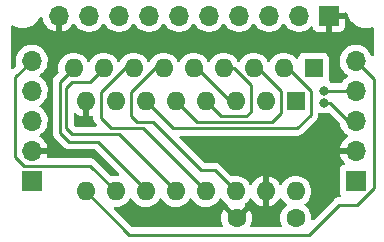
<source format=gbr>
%TF.GenerationSoftware,KiCad,Pcbnew,(6.0.2)*%
%TF.CreationDate,2022-04-13T03:50:02+09:00*%
%TF.ProjectId,input-74hc165,696e7075-742d-4373-9468-633136352e6b,rev?*%
%TF.SameCoordinates,Original*%
%TF.FileFunction,Copper,L2,Bot*%
%TF.FilePolarity,Positive*%
%FSLAX46Y46*%
G04 Gerber Fmt 4.6, Leading zero omitted, Abs format (unit mm)*
G04 Created by KiCad (PCBNEW (6.0.2)) date 2022-04-13 03:50:02*
%MOMM*%
%LPD*%
G01*
G04 APERTURE LIST*
%TA.AperFunction,ComponentPad*%
%ADD10O,1.700000X1.700000*%
%TD*%
%TA.AperFunction,ComponentPad*%
%ADD11R,1.700000X1.700000*%
%TD*%
%TA.AperFunction,ComponentPad*%
%ADD12R,1.600000X1.600000*%
%TD*%
%TA.AperFunction,ComponentPad*%
%ADD13O,1.600000X1.600000*%
%TD*%
%TA.AperFunction,ComponentPad*%
%ADD14C,1.600000*%
%TD*%
%TA.AperFunction,ViaPad*%
%ADD15C,0.800000*%
%TD*%
%TA.AperFunction,Conductor*%
%ADD16C,0.250000*%
%TD*%
G04 APERTURE END LIST*
D10*
%TO.P,J1,10,Pin_10*%
%TO.N,GND*%
X153162000Y-86360000D03*
%TO.P,J1,9,Pin_9*%
%TO.N,/C_8*%
X155702000Y-86360000D03*
%TO.P,J1,8,Pin_8*%
%TO.N,/C_7*%
X158242000Y-86360000D03*
%TO.P,J1,7,Pin_7*%
%TO.N,/C_6*%
X160782000Y-86360000D03*
%TO.P,J1,6,Pin_6*%
%TO.N,/C_5*%
X163322000Y-86360000D03*
%TO.P,J1,5,Pin_5*%
%TO.N,/C_4*%
X165862000Y-86360000D03*
%TO.P,J1,4,Pin_4*%
%TO.N,/C_3*%
X168402000Y-86360000D03*
%TO.P,J1,3,Pin_3*%
%TO.N,/C_2*%
X170942000Y-86360000D03*
%TO.P,J1,2,Pin_2*%
%TO.N,/C_1*%
X173482000Y-86360000D03*
D11*
%TO.P,J1,1,Pin_1*%
%TO.N,GND*%
X176022000Y-86360000D03*
%TD*%
D10*
%TO.P,IN1,5,Pin_5*%
%TO.N,/D_IN*%
X150876000Y-90165000D03*
%TO.P,IN1,4,Pin_4*%
%TO.N,/CLK*%
X150876000Y-92705000D03*
%TO.P,IN1,3,Pin_3*%
%TO.N,/LOAD*%
X150876000Y-95245000D03*
%TO.P,IN1,2,Pin_2*%
%TO.N,GND*%
X150876000Y-97785000D03*
D11*
%TO.P,IN1,1,Pin_1*%
%TO.N,VCC*%
X150876000Y-100325000D03*
%TD*%
D12*
%TO.P,74HC165_1,1,~{PL}*%
%TO.N,/LOAD*%
X173228000Y-93599000D03*
D13*
%TO.P,74HC165_1,2,CP*%
%TO.N,/CLK*%
X170688000Y-93599000D03*
%TO.P,74HC165_1,3,D4*%
%TO.N,/C_4*%
X168148000Y-93599000D03*
%TO.P,74HC165_1,4,D5*%
%TO.N,/C_3*%
X165608000Y-93599000D03*
%TO.P,74HC165_1,5,D6*%
%TO.N,/C_2*%
X163068000Y-93599000D03*
%TO.P,74HC165_1,6,D7*%
%TO.N,/C_1*%
X160528000Y-93599000D03*
%TO.P,74HC165_1,7,~{Q7}*%
%TO.N,unconnected-(74HC165_1-Pad7)*%
X157988000Y-93599000D03*
%TO.P,74HC165_1,8,GND*%
%TO.N,GND*%
X155448000Y-93599000D03*
%TO.P,74HC165_1,9,Q7*%
%TO.N,/D_OUT*%
X155448000Y-101219000D03*
%TO.P,74HC165_1,10,DS*%
%TO.N,/D_IN*%
X157988000Y-101219000D03*
%TO.P,74HC165_1,11,D0*%
%TO.N,/C_8*%
X160528000Y-101219000D03*
%TO.P,74HC165_1,12,D1*%
%TO.N,/C_7*%
X163068000Y-101219000D03*
%TO.P,74HC165_1,13,D2*%
%TO.N,/C_6*%
X165608000Y-101219000D03*
%TO.P,74HC165_1,14,D3*%
%TO.N,/C_5*%
X168148000Y-101219000D03*
%TO.P,74HC165_1,15,~{CE}*%
%TO.N,GND*%
X170688000Y-101219000D03*
%TO.P,74HC165_1,16,VCC*%
%TO.N,VCC*%
X173228000Y-101219000D03*
%TD*%
D12*
%TO.P,RN1,1,common*%
%TO.N,VCC*%
X174752000Y-90805000D03*
D13*
%TO.P,RN1,2,R1*%
%TO.N,/C_1*%
X172212000Y-90805000D03*
%TO.P,RN1,3,R2*%
%TO.N,/C_2*%
X169672000Y-90805000D03*
%TO.P,RN1,4,R3*%
%TO.N,/C_3*%
X167132000Y-90805000D03*
%TO.P,RN1,5,R4*%
%TO.N,/C_4*%
X164592000Y-90805000D03*
%TO.P,RN1,6,R5*%
%TO.N,/C_5*%
X162052000Y-90805000D03*
%TO.P,RN1,7,R6*%
%TO.N,/C_6*%
X159512000Y-90805000D03*
%TO.P,RN1,8,R7*%
%TO.N,/C_7*%
X156972000Y-90805000D03*
%TO.P,RN1,9,R8*%
%TO.N,/C_8*%
X154432000Y-90805000D03*
%TD*%
D11*
%TO.P,OUT1,1,Pin_1*%
%TO.N,VCC*%
X178308000Y-100325000D03*
D10*
%TO.P,OUT1,2,Pin_2*%
%TO.N,GND*%
X178308000Y-97785000D03*
%TO.P,OUT1,3,Pin_3*%
%TO.N,/LOAD*%
X178308000Y-95245000D03*
%TO.P,OUT1,4,Pin_4*%
%TO.N,/CLK*%
X178308000Y-92705000D03*
%TO.P,OUT1,5,Pin_5*%
%TO.N,/D_OUT*%
X178308000Y-90165000D03*
%TD*%
D14*
%TO.P,C1,2*%
%TO.N,GND*%
X168228000Y-103505000D03*
%TO.P,C1,1*%
%TO.N,VCC*%
X173228000Y-103505000D03*
%TD*%
D15*
%TO.N,/LOAD*%
X175641000Y-93709503D03*
%TO.N,/CLK*%
X175641000Y-92710000D03*
%TD*%
D16*
%TO.N,/LOAD*%
X177678000Y-95245000D02*
X178308000Y-95245000D01*
X176142503Y-93709503D02*
X177678000Y-95245000D01*
X175641000Y-93709503D02*
X176142503Y-93709503D01*
%TO.N,/CLK*%
X175641000Y-92710000D02*
X175646000Y-92705000D01*
X175646000Y-92705000D02*
X178308000Y-92705000D01*
%TO.N,/C_8*%
X153289000Y-91948000D02*
X154432000Y-90805000D01*
X153289000Y-96266000D02*
X153289000Y-91948000D01*
X154051000Y-97028000D02*
X153289000Y-96266000D01*
X156464000Y-97028000D02*
X154051000Y-97028000D01*
X160528000Y-101092000D02*
X156464000Y-97028000D01*
X160528000Y-101219000D02*
X160528000Y-101092000D01*
%TO.N,/C_7*%
X155829000Y-91948000D02*
X156972000Y-90805000D01*
X154305000Y-91948000D02*
X155829000Y-91948000D01*
X153797000Y-92456000D02*
X154305000Y-91948000D01*
X153797000Y-95885000D02*
X153797000Y-92456000D01*
X154305000Y-96393000D02*
X153797000Y-95885000D01*
X158242000Y-96393000D02*
X154305000Y-96393000D01*
X163068000Y-101219000D02*
X158242000Y-96393000D01*
%TO.N,/C_5*%
X159258000Y-94869000D02*
X159258000Y-92837000D01*
X161163000Y-95377000D02*
X159766000Y-95377000D01*
X166370000Y-99441000D02*
X165227000Y-99441000D01*
%TO.N,/C_4*%
X167640000Y-93599000D02*
X164846000Y-90805000D01*
%TO.N,/C_5*%
X165227000Y-99441000D02*
X161163000Y-95377000D01*
%TO.N,/C_3*%
X168021000Y-90805000D02*
X167132000Y-90805000D01*
X169418000Y-92202000D02*
X168021000Y-90805000D01*
X169418000Y-94488000D02*
X169418000Y-92202000D01*
%TO.N,/C_6*%
X156718000Y-92837000D02*
X158750000Y-90805000D01*
%TO.N,/C_3*%
X169037000Y-94869000D02*
X169418000Y-94488000D01*
%TO.N,/C_4*%
X168148000Y-93599000D02*
X167640000Y-93599000D01*
%TO.N,/C_3*%
X166878000Y-94869000D02*
X169037000Y-94869000D01*
X165608000Y-93599000D02*
X166878000Y-94869000D01*
%TO.N,/C_2*%
X171958000Y-92710000D02*
X170053000Y-90805000D01*
X171958000Y-94615000D02*
X171958000Y-92710000D01*
X171196000Y-95377000D02*
X171958000Y-94615000D01*
X164846000Y-95377000D02*
X171196000Y-95377000D01*
%TO.N,/C_5*%
X161290000Y-90805000D02*
X162052000Y-90805000D01*
X168148000Y-101219000D02*
X166370000Y-99441000D01*
%TO.N,/C_1*%
X172593000Y-90805000D02*
X172212000Y-90805000D01*
X174498000Y-92710000D02*
X172593000Y-90805000D01*
X174498000Y-94742000D02*
X174498000Y-92710000D01*
X173355000Y-95885000D02*
X174498000Y-94742000D01*
%TO.N,/C_6*%
X165608000Y-101219000D02*
X160274000Y-95885000D01*
%TO.N,/C_1*%
X162814000Y-95885000D02*
X173355000Y-95885000D01*
X160528000Y-93599000D02*
X162814000Y-95885000D01*
%TO.N,/C_6*%
X156718000Y-94996000D02*
X156718000Y-92837000D01*
%TO.N,/C_2*%
X163068000Y-93599000D02*
X164846000Y-95377000D01*
X170053000Y-90805000D02*
X169672000Y-90805000D01*
%TO.N,/C_6*%
X160274000Y-95885000D02*
X157607000Y-95885000D01*
X157607000Y-95885000D02*
X156718000Y-94996000D01*
%TO.N,/C_5*%
X159766000Y-95377000D02*
X159258000Y-94869000D01*
%TO.N,/C_6*%
X158750000Y-90805000D02*
X159512000Y-90805000D01*
%TO.N,/C_5*%
X159258000Y-92837000D02*
X161290000Y-90805000D01*
%TO.N,/C_4*%
X164846000Y-90805000D02*
X164592000Y-90805000D01*
%TO.N,/D_OUT*%
X179832000Y-91689000D02*
X178308000Y-90165000D01*
X176911000Y-102362000D02*
X178435000Y-102362000D01*
X178435000Y-102362000D02*
X179832000Y-100965000D01*
X174371000Y-104902000D02*
X176911000Y-102362000D01*
X159131000Y-104902000D02*
X174371000Y-104902000D01*
X155448000Y-101219000D02*
X159131000Y-104902000D01*
X179832000Y-100965000D02*
X179832000Y-91689000D01*
%TO.N,/D_IN*%
X155829000Y-99060000D02*
X157988000Y-101219000D01*
X150241000Y-99060000D02*
X155829000Y-99060000D01*
X149479000Y-98298000D02*
X150241000Y-99060000D01*
X149479000Y-91562000D02*
X149479000Y-98298000D01*
X150876000Y-90165000D02*
X149479000Y-91562000D01*
%TD*%
%TA.AperFunction,Conductor*%
%TO.N,GND*%
G36*
X176111765Y-94575009D02*
G01*
X176117445Y-94580349D01*
X176928323Y-95391227D01*
X176962145Y-95452621D01*
X177007222Y-95652639D01*
X177091266Y-95859616D01*
X177207987Y-96050088D01*
X177354250Y-96218938D01*
X177526126Y-96361632D01*
X177580799Y-96393580D01*
X177599955Y-96404774D01*
X177648679Y-96456412D01*
X177661750Y-96526195D01*
X177635019Y-96591967D01*
X177594562Y-96625327D01*
X177586457Y-96629546D01*
X177577738Y-96635036D01*
X177407433Y-96762905D01*
X177399726Y-96769748D01*
X177252590Y-96923717D01*
X177246104Y-96931727D01*
X177126098Y-97107649D01*
X177121000Y-97116623D01*
X177031338Y-97309783D01*
X177027775Y-97319470D01*
X176972389Y-97519183D01*
X176973912Y-97527607D01*
X176986292Y-97531000D01*
X178436000Y-97531000D01*
X178504121Y-97551002D01*
X178550614Y-97604658D01*
X178562000Y-97657000D01*
X178562000Y-97913000D01*
X178541998Y-97981121D01*
X178488342Y-98027614D01*
X178436000Y-98039000D01*
X176991225Y-98039000D01*
X176977694Y-98042973D01*
X176976257Y-98052966D01*
X177006565Y-98187446D01*
X177009645Y-98197275D01*
X177089770Y-98394603D01*
X177094413Y-98403794D01*
X177205694Y-98585388D01*
X177211777Y-98593699D01*
X177351213Y-98754667D01*
X177358577Y-98761879D01*
X177363522Y-98765985D01*
X177403156Y-98824889D01*
X177404653Y-98895870D01*
X177367537Y-98956392D01*
X177327264Y-98980910D01*
X177219705Y-99021232D01*
X177219704Y-99021233D01*
X177211295Y-99024385D01*
X177094739Y-99111739D01*
X177007385Y-99228295D01*
X176956255Y-99364684D01*
X176949500Y-99426866D01*
X176949500Y-101223134D01*
X176956255Y-101285316D01*
X177007385Y-101421705D01*
X177012771Y-101428891D01*
X177085920Y-101526494D01*
X177110768Y-101593000D01*
X177095715Y-101662383D01*
X177045541Y-101712613D01*
X176974916Y-101727154D01*
X176971091Y-101726299D01*
X176963167Y-101726548D01*
X176963166Y-101726548D01*
X176903033Y-101728438D01*
X176899075Y-101728500D01*
X176871144Y-101728500D01*
X176867229Y-101728995D01*
X176867225Y-101728995D01*
X176867167Y-101729003D01*
X176867138Y-101729006D01*
X176855296Y-101729939D01*
X176811110Y-101731327D01*
X176793744Y-101736372D01*
X176791658Y-101736978D01*
X176772306Y-101740986D01*
X176760068Y-101742532D01*
X176760066Y-101742533D01*
X176752203Y-101743526D01*
X176711086Y-101759806D01*
X176699885Y-101763641D01*
X176657406Y-101775982D01*
X176650587Y-101780015D01*
X176650582Y-101780017D01*
X176639971Y-101786293D01*
X176622221Y-101794990D01*
X176603383Y-101802448D01*
X176596967Y-101807109D01*
X176596966Y-101807110D01*
X176567625Y-101828428D01*
X176557701Y-101834947D01*
X176526460Y-101853422D01*
X176526455Y-101853426D01*
X176519637Y-101857458D01*
X176505313Y-101871782D01*
X176490281Y-101884621D01*
X176473893Y-101896528D01*
X176445712Y-101930593D01*
X176437722Y-101939373D01*
X174754589Y-103622506D01*
X174692277Y-103656532D01*
X174621462Y-103651467D01*
X174564626Y-103608920D01*
X174539815Y-103542400D01*
X174539974Y-103522428D01*
X174541019Y-103510485D01*
X174541019Y-103510475D01*
X174541498Y-103505000D01*
X174521543Y-103276913D01*
X174515727Y-103255208D01*
X174463707Y-103061067D01*
X174463706Y-103061065D01*
X174462284Y-103055757D01*
X174454552Y-103039176D01*
X174367849Y-102853238D01*
X174367846Y-102853233D01*
X174365523Y-102848251D01*
X174234198Y-102660700D01*
X174072300Y-102498802D01*
X174067792Y-102495645D01*
X174067789Y-102495643D01*
X174024330Y-102465213D01*
X173980002Y-102409756D01*
X173972693Y-102339137D01*
X174004724Y-102275776D01*
X174024330Y-102258787D01*
X174067789Y-102228357D01*
X174067792Y-102228355D01*
X174072300Y-102225198D01*
X174234198Y-102063300D01*
X174239453Y-102055796D01*
X174323918Y-101935167D01*
X174365523Y-101875749D01*
X174367846Y-101870767D01*
X174367849Y-101870762D01*
X174459961Y-101673225D01*
X174459961Y-101673224D01*
X174462284Y-101668243D01*
X174475150Y-101620229D01*
X174520119Y-101452402D01*
X174520119Y-101452400D01*
X174521543Y-101447087D01*
X174541498Y-101219000D01*
X174521543Y-100990913D01*
X174462284Y-100769757D01*
X174408424Y-100654253D01*
X174367849Y-100567238D01*
X174367846Y-100567233D01*
X174365523Y-100562251D01*
X174234198Y-100374700D01*
X174072300Y-100212802D01*
X174067792Y-100209645D01*
X174067789Y-100209643D01*
X173989611Y-100154902D01*
X173884749Y-100081477D01*
X173879767Y-100079154D01*
X173879762Y-100079151D01*
X173682225Y-99987039D01*
X173682224Y-99987039D01*
X173677243Y-99984716D01*
X173671935Y-99983294D01*
X173671933Y-99983293D01*
X173461402Y-99926881D01*
X173461400Y-99926881D01*
X173456087Y-99925457D01*
X173228000Y-99905502D01*
X172999913Y-99925457D01*
X172994600Y-99926881D01*
X172994598Y-99926881D01*
X172784067Y-99983293D01*
X172784065Y-99983294D01*
X172778757Y-99984716D01*
X172773776Y-99987039D01*
X172773775Y-99987039D01*
X172576238Y-100079151D01*
X172576233Y-100079154D01*
X172571251Y-100081477D01*
X172466389Y-100154902D01*
X172388211Y-100209643D01*
X172388208Y-100209645D01*
X172383700Y-100212802D01*
X172221802Y-100374700D01*
X172090477Y-100562251D01*
X172088154Y-100567233D01*
X172088151Y-100567238D01*
X172071919Y-100602049D01*
X172025002Y-100655334D01*
X171956725Y-100674795D01*
X171888765Y-100654253D01*
X171843529Y-100602049D01*
X171827414Y-100567489D01*
X171821931Y-100557993D01*
X171696972Y-100379533D01*
X171689916Y-100371125D01*
X171535875Y-100217084D01*
X171527467Y-100210028D01*
X171349007Y-100085069D01*
X171339511Y-100079586D01*
X171142053Y-99987510D01*
X171131761Y-99983764D01*
X170959497Y-99937606D01*
X170945401Y-99937942D01*
X170942000Y-99945884D01*
X170942000Y-102486967D01*
X170945973Y-102500498D01*
X170954522Y-102501727D01*
X171131761Y-102454236D01*
X171142053Y-102450490D01*
X171339511Y-102358414D01*
X171349007Y-102352931D01*
X171527467Y-102227972D01*
X171535875Y-102220916D01*
X171689916Y-102066875D01*
X171696972Y-102058467D01*
X171821931Y-101880007D01*
X171827414Y-101870511D01*
X171843529Y-101835951D01*
X171890446Y-101782666D01*
X171958723Y-101763205D01*
X172026683Y-101783747D01*
X172071919Y-101835951D01*
X172088151Y-101870762D01*
X172088154Y-101870767D01*
X172090477Y-101875749D01*
X172132082Y-101935167D01*
X172216548Y-102055796D01*
X172221802Y-102063300D01*
X172383700Y-102225198D01*
X172388208Y-102228355D01*
X172388211Y-102228357D01*
X172431670Y-102258787D01*
X172475998Y-102314244D01*
X172483307Y-102384863D01*
X172451276Y-102448224D01*
X172431670Y-102465213D01*
X172388211Y-102495643D01*
X172388208Y-102495645D01*
X172383700Y-102498802D01*
X172221802Y-102660700D01*
X172090477Y-102848251D01*
X172088154Y-102853233D01*
X172088151Y-102853238D01*
X172001448Y-103039176D01*
X171993716Y-103055757D01*
X171992294Y-103061065D01*
X171992293Y-103061067D01*
X171940273Y-103255208D01*
X171934457Y-103276913D01*
X171914502Y-103505000D01*
X171934457Y-103733087D01*
X171935881Y-103738400D01*
X171935881Y-103738402D01*
X171989341Y-103937914D01*
X171993716Y-103954243D01*
X171996039Y-103959225D01*
X171996041Y-103959230D01*
X172056670Y-104089251D01*
X172067331Y-104159442D01*
X172038351Y-104224255D01*
X171978931Y-104263111D01*
X171942475Y-104268500D01*
X169512973Y-104268500D01*
X169444852Y-104248498D01*
X169398359Y-104194842D01*
X169388255Y-104124568D01*
X169398778Y-104089250D01*
X169459490Y-103959053D01*
X169463236Y-103948761D01*
X169519625Y-103738312D01*
X169521528Y-103727519D01*
X169540517Y-103510475D01*
X169540517Y-103499525D01*
X169521528Y-103282481D01*
X169519625Y-103271688D01*
X169463236Y-103061239D01*
X169459490Y-103050947D01*
X169367414Y-102853489D01*
X169361931Y-102843994D01*
X169325491Y-102791952D01*
X169315012Y-102783576D01*
X169301566Y-102790644D01*
X168317095Y-103775115D01*
X168254783Y-103809141D01*
X168183968Y-103804076D01*
X168138905Y-103775115D01*
X167153713Y-102789923D01*
X167141938Y-102783493D01*
X167129923Y-102792789D01*
X167094069Y-102843994D01*
X167088586Y-102853489D01*
X166996510Y-103050947D01*
X166992764Y-103061239D01*
X166936375Y-103271688D01*
X166934472Y-103282481D01*
X166915483Y-103499525D01*
X166915483Y-103510475D01*
X166934472Y-103727519D01*
X166936375Y-103738312D01*
X166992764Y-103948761D01*
X166996510Y-103959053D01*
X167057222Y-104089250D01*
X167067883Y-104159442D01*
X167038903Y-104224254D01*
X166979483Y-104263111D01*
X166943027Y-104268500D01*
X159445594Y-104268500D01*
X159377473Y-104248498D01*
X159356499Y-104231595D01*
X157870494Y-102745589D01*
X157836468Y-102683277D01*
X157841533Y-102612461D01*
X157884080Y-102555626D01*
X157950600Y-102530815D01*
X157970572Y-102530974D01*
X157982515Y-102532019D01*
X157982525Y-102532019D01*
X157988000Y-102532498D01*
X158216087Y-102512543D01*
X158221400Y-102511119D01*
X158221402Y-102511119D01*
X158431933Y-102454707D01*
X158431935Y-102454706D01*
X158437243Y-102453284D01*
X158443235Y-102450490D01*
X158639762Y-102358849D01*
X158639767Y-102358846D01*
X158644749Y-102356523D01*
X158784330Y-102258787D01*
X158827789Y-102228357D01*
X158827792Y-102228355D01*
X158832300Y-102225198D01*
X158994198Y-102063300D01*
X158999453Y-102055796D01*
X159083918Y-101935167D01*
X159125523Y-101875749D01*
X159127846Y-101870767D01*
X159127849Y-101870762D01*
X159143805Y-101836543D01*
X159190722Y-101783258D01*
X159258999Y-101763797D01*
X159326959Y-101784339D01*
X159372195Y-101836543D01*
X159388151Y-101870762D01*
X159388154Y-101870767D01*
X159390477Y-101875749D01*
X159432082Y-101935167D01*
X159516548Y-102055796D01*
X159521802Y-102063300D01*
X159683700Y-102225198D01*
X159688208Y-102228355D01*
X159688211Y-102228357D01*
X159731670Y-102258787D01*
X159871251Y-102356523D01*
X159876233Y-102358846D01*
X159876238Y-102358849D01*
X160072765Y-102450490D01*
X160078757Y-102453284D01*
X160084065Y-102454706D01*
X160084067Y-102454707D01*
X160294598Y-102511119D01*
X160294600Y-102511119D01*
X160299913Y-102512543D01*
X160528000Y-102532498D01*
X160756087Y-102512543D01*
X160761400Y-102511119D01*
X160761402Y-102511119D01*
X160971933Y-102454707D01*
X160971935Y-102454706D01*
X160977243Y-102453284D01*
X160983235Y-102450490D01*
X161179762Y-102358849D01*
X161179767Y-102358846D01*
X161184749Y-102356523D01*
X161324330Y-102258787D01*
X161367789Y-102228357D01*
X161367792Y-102228355D01*
X161372300Y-102225198D01*
X161534198Y-102063300D01*
X161539453Y-102055796D01*
X161623918Y-101935167D01*
X161665523Y-101875749D01*
X161667846Y-101870767D01*
X161667849Y-101870762D01*
X161683805Y-101836543D01*
X161730722Y-101783258D01*
X161798999Y-101763797D01*
X161866959Y-101784339D01*
X161912195Y-101836543D01*
X161928151Y-101870762D01*
X161928154Y-101870767D01*
X161930477Y-101875749D01*
X161972082Y-101935167D01*
X162056548Y-102055796D01*
X162061802Y-102063300D01*
X162223700Y-102225198D01*
X162228208Y-102228355D01*
X162228211Y-102228357D01*
X162271670Y-102258787D01*
X162411251Y-102356523D01*
X162416233Y-102358846D01*
X162416238Y-102358849D01*
X162612765Y-102450490D01*
X162618757Y-102453284D01*
X162624065Y-102454706D01*
X162624067Y-102454707D01*
X162834598Y-102511119D01*
X162834600Y-102511119D01*
X162839913Y-102512543D01*
X163068000Y-102532498D01*
X163296087Y-102512543D01*
X163301400Y-102511119D01*
X163301402Y-102511119D01*
X163511933Y-102454707D01*
X163511935Y-102454706D01*
X163517243Y-102453284D01*
X163523235Y-102450490D01*
X163719762Y-102358849D01*
X163719767Y-102358846D01*
X163724749Y-102356523D01*
X163864330Y-102258787D01*
X163907789Y-102228357D01*
X163907792Y-102228355D01*
X163912300Y-102225198D01*
X164074198Y-102063300D01*
X164079453Y-102055796D01*
X164163918Y-101935167D01*
X164205523Y-101875749D01*
X164207846Y-101870767D01*
X164207849Y-101870762D01*
X164223805Y-101836543D01*
X164270722Y-101783258D01*
X164338999Y-101763797D01*
X164406959Y-101784339D01*
X164452195Y-101836543D01*
X164468151Y-101870762D01*
X164468154Y-101870767D01*
X164470477Y-101875749D01*
X164512082Y-101935167D01*
X164596548Y-102055796D01*
X164601802Y-102063300D01*
X164763700Y-102225198D01*
X164768208Y-102228355D01*
X164768211Y-102228357D01*
X164811670Y-102258787D01*
X164951251Y-102356523D01*
X164956233Y-102358846D01*
X164956238Y-102358849D01*
X165152765Y-102450490D01*
X165158757Y-102453284D01*
X165164065Y-102454706D01*
X165164067Y-102454707D01*
X165374598Y-102511119D01*
X165374600Y-102511119D01*
X165379913Y-102512543D01*
X165608000Y-102532498D01*
X165836087Y-102512543D01*
X165841400Y-102511119D01*
X165841402Y-102511119D01*
X166051933Y-102454707D01*
X166051935Y-102454706D01*
X166057243Y-102453284D01*
X166063235Y-102450490D01*
X166259762Y-102358849D01*
X166259767Y-102358846D01*
X166264749Y-102356523D01*
X166404330Y-102258787D01*
X166447789Y-102228357D01*
X166447792Y-102228355D01*
X166452300Y-102225198D01*
X166614198Y-102063300D01*
X166619453Y-102055796D01*
X166703918Y-101935167D01*
X166745523Y-101875749D01*
X166747846Y-101870767D01*
X166747849Y-101870762D01*
X166763805Y-101836543D01*
X166810722Y-101783258D01*
X166878999Y-101763797D01*
X166946959Y-101784339D01*
X166992195Y-101836543D01*
X167008151Y-101870762D01*
X167008154Y-101870767D01*
X167010477Y-101875749D01*
X167052082Y-101935167D01*
X167136548Y-102055796D01*
X167141802Y-102063300D01*
X167303700Y-102225198D01*
X167308208Y-102228355D01*
X167308211Y-102228357D01*
X167351670Y-102258787D01*
X167449535Y-102327313D01*
X167493862Y-102382769D01*
X167496045Y-102397952D01*
X167513644Y-102431434D01*
X168215188Y-103132978D01*
X168229132Y-103140592D01*
X168230965Y-103140461D01*
X168237580Y-103136210D01*
X168943077Y-102430713D01*
X168949507Y-102418938D01*
X168948182Y-102417225D01*
X168922319Y-102351107D01*
X168936309Y-102281502D01*
X168975569Y-102236913D01*
X168992300Y-102225198D01*
X169154198Y-102063300D01*
X169159453Y-102055796D01*
X169243918Y-101935167D01*
X169285523Y-101875749D01*
X169287846Y-101870767D01*
X169287849Y-101870762D01*
X169304081Y-101835951D01*
X169350998Y-101782666D01*
X169419275Y-101763205D01*
X169487235Y-101783747D01*
X169532471Y-101835951D01*
X169548586Y-101870511D01*
X169554069Y-101880007D01*
X169679028Y-102058467D01*
X169686084Y-102066875D01*
X169840125Y-102220916D01*
X169848533Y-102227972D01*
X170026993Y-102352931D01*
X170036489Y-102358414D01*
X170233947Y-102450490D01*
X170244239Y-102454236D01*
X170416503Y-102500394D01*
X170430599Y-102500058D01*
X170434000Y-102492116D01*
X170434000Y-99951033D01*
X170430027Y-99937502D01*
X170421478Y-99936273D01*
X170244239Y-99983764D01*
X170233947Y-99987510D01*
X170036489Y-100079586D01*
X170026993Y-100085069D01*
X169848533Y-100210028D01*
X169840125Y-100217084D01*
X169686084Y-100371125D01*
X169679028Y-100379533D01*
X169554069Y-100557993D01*
X169548586Y-100567489D01*
X169532471Y-100602049D01*
X169485554Y-100655334D01*
X169417277Y-100674795D01*
X169349317Y-100654253D01*
X169304081Y-100602049D01*
X169287849Y-100567238D01*
X169287846Y-100567233D01*
X169285523Y-100562251D01*
X169154198Y-100374700D01*
X168992300Y-100212802D01*
X168987792Y-100209645D01*
X168987789Y-100209643D01*
X168909611Y-100154902D01*
X168804749Y-100081477D01*
X168799767Y-100079154D01*
X168799762Y-100079151D01*
X168602225Y-99987039D01*
X168602224Y-99987039D01*
X168597243Y-99984716D01*
X168591935Y-99983294D01*
X168591933Y-99983293D01*
X168381402Y-99926881D01*
X168381400Y-99926881D01*
X168376087Y-99925457D01*
X168148000Y-99905502D01*
X167919913Y-99925457D01*
X167914608Y-99926879D01*
X167914594Y-99926881D01*
X167856461Y-99942459D01*
X167785484Y-99940771D01*
X167734752Y-99909848D01*
X166873647Y-99048742D01*
X166866113Y-99040463D01*
X166862000Y-99033982D01*
X166812348Y-98987356D01*
X166809507Y-98984602D01*
X166789770Y-98964865D01*
X166786573Y-98962385D01*
X166777551Y-98954680D01*
X166751100Y-98929841D01*
X166745321Y-98924414D01*
X166738375Y-98920595D01*
X166738372Y-98920593D01*
X166727566Y-98914652D01*
X166711047Y-98903801D01*
X166710583Y-98903441D01*
X166695041Y-98891386D01*
X166687772Y-98888241D01*
X166687768Y-98888238D01*
X166654463Y-98873826D01*
X166643813Y-98868609D01*
X166605060Y-98847305D01*
X166585437Y-98842267D01*
X166566734Y-98835863D01*
X166555420Y-98830967D01*
X166555419Y-98830967D01*
X166548145Y-98827819D01*
X166540322Y-98826580D01*
X166540312Y-98826577D01*
X166504476Y-98820901D01*
X166492856Y-98818495D01*
X166457711Y-98809472D01*
X166457710Y-98809472D01*
X166450030Y-98807500D01*
X166429776Y-98807500D01*
X166410065Y-98805949D01*
X166397886Y-98804020D01*
X166390057Y-98802780D01*
X166382165Y-98803526D01*
X166346039Y-98806941D01*
X166334181Y-98807500D01*
X165541594Y-98807500D01*
X165473473Y-98787498D01*
X165452499Y-98770595D01*
X163415500Y-96733595D01*
X163381474Y-96671283D01*
X163386539Y-96600467D01*
X163429086Y-96543632D01*
X163495606Y-96518821D01*
X163504595Y-96518500D01*
X173276233Y-96518500D01*
X173287416Y-96519027D01*
X173294909Y-96520702D01*
X173302835Y-96520453D01*
X173302836Y-96520453D01*
X173362986Y-96518562D01*
X173366945Y-96518500D01*
X173394856Y-96518500D01*
X173398791Y-96518003D01*
X173398856Y-96517995D01*
X173410693Y-96517062D01*
X173442951Y-96516048D01*
X173446970Y-96515922D01*
X173454889Y-96515673D01*
X173474343Y-96510021D01*
X173493700Y-96506013D01*
X173505930Y-96504468D01*
X173505931Y-96504468D01*
X173513797Y-96503474D01*
X173521168Y-96500555D01*
X173521170Y-96500555D01*
X173554912Y-96487196D01*
X173566142Y-96483351D01*
X173600983Y-96473229D01*
X173600984Y-96473229D01*
X173608593Y-96471018D01*
X173615412Y-96466985D01*
X173615417Y-96466983D01*
X173626028Y-96460707D01*
X173643776Y-96452012D01*
X173662617Y-96444552D01*
X173698387Y-96418564D01*
X173708307Y-96412048D01*
X173739535Y-96393580D01*
X173739538Y-96393578D01*
X173746362Y-96389542D01*
X173760683Y-96375221D01*
X173775717Y-96362380D01*
X173792107Y-96350472D01*
X173820298Y-96316395D01*
X173828288Y-96307616D01*
X174890253Y-95245652D01*
X174898539Y-95238112D01*
X174905018Y-95234000D01*
X174951644Y-95184348D01*
X174954398Y-95181507D01*
X174974135Y-95161770D01*
X174976615Y-95158573D01*
X174984320Y-95149551D01*
X175006822Y-95125589D01*
X175014586Y-95117321D01*
X175018405Y-95110375D01*
X175018407Y-95110372D01*
X175024348Y-95099566D01*
X175035199Y-95083047D01*
X175042758Y-95073301D01*
X175047614Y-95067041D01*
X175050759Y-95059772D01*
X175050762Y-95059768D01*
X175065174Y-95026463D01*
X175070391Y-95015813D01*
X175091695Y-94977060D01*
X175096733Y-94957437D01*
X175103137Y-94938734D01*
X175108033Y-94927420D01*
X175108033Y-94927419D01*
X175111181Y-94920145D01*
X175112420Y-94912322D01*
X175112423Y-94912312D01*
X175118099Y-94876476D01*
X175120505Y-94864856D01*
X175129528Y-94829711D01*
X175129528Y-94829710D01*
X175131500Y-94822030D01*
X175131500Y-94801776D01*
X175133051Y-94782065D01*
X175134980Y-94769886D01*
X175136220Y-94762057D01*
X175132059Y-94718038D01*
X175131500Y-94706181D01*
X175131500Y-94671159D01*
X175151502Y-94603038D01*
X175205158Y-94556545D01*
X175275432Y-94546441D01*
X175308748Y-94556052D01*
X175358712Y-94578297D01*
X175444312Y-94596492D01*
X175539056Y-94616631D01*
X175539061Y-94616631D01*
X175545513Y-94618003D01*
X175736487Y-94618003D01*
X175742939Y-94616631D01*
X175742944Y-94616631D01*
X175913634Y-94580349D01*
X175923288Y-94578297D01*
X175929321Y-94575611D01*
X175929324Y-94575610D01*
X175947904Y-94567338D01*
X175977102Y-94554338D01*
X176047467Y-94544903D01*
X176111765Y-94575009D01*
G37*
%TD.AperFunction*%
%TA.AperFunction,Conductor*%
G36*
X177573338Y-86094870D02*
G01*
X177600632Y-86147968D01*
X177621951Y-86236765D01*
X177623844Y-86241336D01*
X177623845Y-86241338D01*
X177672997Y-86360000D01*
X177721400Y-86476856D01*
X177857183Y-86698434D01*
X177860395Y-86702194D01*
X177860398Y-86702199D01*
X177920249Y-86772275D01*
X178025957Y-86896043D01*
X178029719Y-86899256D01*
X178219801Y-87061602D01*
X178219806Y-87061605D01*
X178223566Y-87064817D01*
X178445144Y-87200600D01*
X178449714Y-87202493D01*
X178449718Y-87202495D01*
X178668055Y-87292933D01*
X178685235Y-87300049D01*
X178717416Y-87307775D01*
X178933115Y-87359561D01*
X178933121Y-87359562D01*
X178937928Y-87360716D01*
X179197000Y-87381105D01*
X179456072Y-87360716D01*
X179460879Y-87359562D01*
X179460885Y-87359561D01*
X179676586Y-87307775D01*
X179747494Y-87311322D01*
X179805228Y-87352642D01*
X179831458Y-87418615D01*
X179832000Y-87430294D01*
X179832000Y-89657106D01*
X179811998Y-89725227D01*
X179758342Y-89771720D01*
X179688068Y-89781824D01*
X179623488Y-89752330D01*
X179590451Y-89707349D01*
X179530422Y-89569293D01*
X179509354Y-89520840D01*
X179388014Y-89333277D01*
X179237670Y-89168051D01*
X179233619Y-89164852D01*
X179233615Y-89164848D01*
X179066414Y-89032800D01*
X179066410Y-89032798D01*
X179062359Y-89029598D01*
X178866789Y-88921638D01*
X178861920Y-88919914D01*
X178861916Y-88919912D01*
X178661087Y-88848795D01*
X178661083Y-88848794D01*
X178656212Y-88847069D01*
X178651119Y-88846162D01*
X178651116Y-88846161D01*
X178441373Y-88808800D01*
X178441367Y-88808799D01*
X178436284Y-88807894D01*
X178362452Y-88806992D01*
X178218081Y-88805228D01*
X178218079Y-88805228D01*
X178212911Y-88805165D01*
X177992091Y-88838955D01*
X177779756Y-88908357D01*
X177581607Y-89011507D01*
X177577474Y-89014610D01*
X177577471Y-89014612D01*
X177553247Y-89032800D01*
X177402965Y-89145635D01*
X177248629Y-89307138D01*
X177122743Y-89491680D01*
X177091136Y-89559771D01*
X177039676Y-89670634D01*
X177028688Y-89694305D01*
X176968989Y-89909570D01*
X176945251Y-90131695D01*
X176945548Y-90136848D01*
X176945548Y-90136851D01*
X176957812Y-90349547D01*
X176958110Y-90354715D01*
X176959247Y-90359761D01*
X176959248Y-90359767D01*
X176966233Y-90390759D01*
X177007222Y-90572639D01*
X177091266Y-90779616D01*
X177207987Y-90970088D01*
X177354250Y-91138938D01*
X177526126Y-91281632D01*
X177596595Y-91322811D01*
X177599445Y-91324476D01*
X177648169Y-91376114D01*
X177661240Y-91445897D01*
X177634509Y-91511669D01*
X177594055Y-91545027D01*
X177581607Y-91551507D01*
X177577474Y-91554610D01*
X177577471Y-91554612D01*
X177407100Y-91682530D01*
X177402965Y-91685635D01*
X177337346Y-91754301D01*
X177275147Y-91819389D01*
X177248629Y-91847138D01*
X177245715Y-91851410D01*
X177245714Y-91851411D01*
X177133095Y-92016504D01*
X177078184Y-92061507D01*
X177029007Y-92071500D01*
X176344420Y-92071500D01*
X176276299Y-92051498D01*
X176260112Y-92039138D01*
X176256667Y-92036036D01*
X176252253Y-92031134D01*
X176145230Y-91953377D01*
X176103097Y-91922765D01*
X176103094Y-91922764D01*
X176097752Y-91918882D01*
X176091718Y-91916196D01*
X176091052Y-91915811D01*
X176042059Y-91864427D01*
X176028624Y-91794714D01*
X176036071Y-91762463D01*
X176050971Y-91722718D01*
X176050973Y-91722712D01*
X176053745Y-91715316D01*
X176060500Y-91653134D01*
X176060500Y-89956866D01*
X176053745Y-89894684D01*
X176002615Y-89758295D01*
X175915261Y-89641739D01*
X175798705Y-89554385D01*
X175662316Y-89503255D01*
X175600134Y-89496500D01*
X173903866Y-89496500D01*
X173841684Y-89503255D01*
X173705295Y-89554385D01*
X173588739Y-89641739D01*
X173501385Y-89758295D01*
X173450255Y-89894684D01*
X173449083Y-89905474D01*
X173448197Y-89907606D01*
X173447575Y-89910222D01*
X173447152Y-89910121D01*
X173421845Y-89971035D01*
X173363483Y-90011463D01*
X173292529Y-90013922D01*
X173231510Y-89977629D01*
X173224511Y-89968969D01*
X173221354Y-89965207D01*
X173218198Y-89960700D01*
X173056300Y-89798802D01*
X173051792Y-89795645D01*
X173051789Y-89795643D01*
X172925692Y-89707349D01*
X172868749Y-89667477D01*
X172863767Y-89665154D01*
X172863762Y-89665151D01*
X172666225Y-89573039D01*
X172666224Y-89573039D01*
X172661243Y-89570716D01*
X172655935Y-89569294D01*
X172655933Y-89569293D01*
X172445402Y-89512881D01*
X172445400Y-89512881D01*
X172440087Y-89511457D01*
X172212000Y-89491502D01*
X171983913Y-89511457D01*
X171978600Y-89512881D01*
X171978598Y-89512881D01*
X171768067Y-89569293D01*
X171768065Y-89569294D01*
X171762757Y-89570716D01*
X171757776Y-89573039D01*
X171757775Y-89573039D01*
X171560238Y-89665151D01*
X171560233Y-89665154D01*
X171555251Y-89667477D01*
X171498308Y-89707349D01*
X171372211Y-89795643D01*
X171372208Y-89795645D01*
X171367700Y-89798802D01*
X171205802Y-89960700D01*
X171074477Y-90148251D01*
X171072155Y-90153231D01*
X171072151Y-90153238D01*
X171056195Y-90187457D01*
X171009278Y-90240742D01*
X170941001Y-90260203D01*
X170873041Y-90239661D01*
X170827805Y-90187457D01*
X170811849Y-90153238D01*
X170811845Y-90153231D01*
X170809523Y-90148251D01*
X170678198Y-89960700D01*
X170516300Y-89798802D01*
X170511792Y-89795645D01*
X170511789Y-89795643D01*
X170385692Y-89707349D01*
X170328749Y-89667477D01*
X170323767Y-89665154D01*
X170323762Y-89665151D01*
X170126225Y-89573039D01*
X170126224Y-89573039D01*
X170121243Y-89570716D01*
X170115935Y-89569294D01*
X170115933Y-89569293D01*
X169905402Y-89512881D01*
X169905400Y-89512881D01*
X169900087Y-89511457D01*
X169672000Y-89491502D01*
X169443913Y-89511457D01*
X169438600Y-89512881D01*
X169438598Y-89512881D01*
X169228067Y-89569293D01*
X169228065Y-89569294D01*
X169222757Y-89570716D01*
X169217776Y-89573039D01*
X169217775Y-89573039D01*
X169020238Y-89665151D01*
X169020233Y-89665154D01*
X169015251Y-89667477D01*
X168958308Y-89707349D01*
X168832211Y-89795643D01*
X168832208Y-89795645D01*
X168827700Y-89798802D01*
X168665802Y-89960700D01*
X168534477Y-90148251D01*
X168532155Y-90153231D01*
X168532149Y-90153242D01*
X168516195Y-90187457D01*
X168469279Y-90240742D01*
X168401002Y-90260204D01*
X168333042Y-90239663D01*
X168287805Y-90187458D01*
X168271845Y-90153231D01*
X168269523Y-90148251D01*
X168138198Y-89960700D01*
X167976300Y-89798802D01*
X167971792Y-89795645D01*
X167971789Y-89795643D01*
X167845692Y-89707349D01*
X167788749Y-89667477D01*
X167783767Y-89665154D01*
X167783762Y-89665151D01*
X167586225Y-89573039D01*
X167586224Y-89573039D01*
X167581243Y-89570716D01*
X167575935Y-89569294D01*
X167575933Y-89569293D01*
X167365402Y-89512881D01*
X167365400Y-89512881D01*
X167360087Y-89511457D01*
X167132000Y-89491502D01*
X166903913Y-89511457D01*
X166898600Y-89512881D01*
X166898598Y-89512881D01*
X166688067Y-89569293D01*
X166688065Y-89569294D01*
X166682757Y-89570716D01*
X166677776Y-89573039D01*
X166677775Y-89573039D01*
X166480238Y-89665151D01*
X166480233Y-89665154D01*
X166475251Y-89667477D01*
X166418308Y-89707349D01*
X166292211Y-89795643D01*
X166292208Y-89795645D01*
X166287700Y-89798802D01*
X166125802Y-89960700D01*
X165994477Y-90148251D01*
X165992155Y-90153231D01*
X165992151Y-90153238D01*
X165976195Y-90187457D01*
X165929278Y-90240742D01*
X165861001Y-90260203D01*
X165793041Y-90239661D01*
X165747805Y-90187457D01*
X165731849Y-90153238D01*
X165731845Y-90153231D01*
X165729523Y-90148251D01*
X165598198Y-89960700D01*
X165436300Y-89798802D01*
X165431792Y-89795645D01*
X165431789Y-89795643D01*
X165305692Y-89707349D01*
X165248749Y-89667477D01*
X165243767Y-89665154D01*
X165243762Y-89665151D01*
X165046225Y-89573039D01*
X165046224Y-89573039D01*
X165041243Y-89570716D01*
X165035935Y-89569294D01*
X165035933Y-89569293D01*
X164825402Y-89512881D01*
X164825400Y-89512881D01*
X164820087Y-89511457D01*
X164592000Y-89491502D01*
X164363913Y-89511457D01*
X164358600Y-89512881D01*
X164358598Y-89512881D01*
X164148067Y-89569293D01*
X164148065Y-89569294D01*
X164142757Y-89570716D01*
X164137776Y-89573039D01*
X164137775Y-89573039D01*
X163940238Y-89665151D01*
X163940233Y-89665154D01*
X163935251Y-89667477D01*
X163878308Y-89707349D01*
X163752211Y-89795643D01*
X163752208Y-89795645D01*
X163747700Y-89798802D01*
X163585802Y-89960700D01*
X163454477Y-90148251D01*
X163452155Y-90153231D01*
X163452151Y-90153238D01*
X163436195Y-90187457D01*
X163389278Y-90240742D01*
X163321001Y-90260203D01*
X163253041Y-90239661D01*
X163207805Y-90187457D01*
X163191849Y-90153238D01*
X163191845Y-90153231D01*
X163189523Y-90148251D01*
X163058198Y-89960700D01*
X162896300Y-89798802D01*
X162891792Y-89795645D01*
X162891789Y-89795643D01*
X162765692Y-89707349D01*
X162708749Y-89667477D01*
X162703767Y-89665154D01*
X162703762Y-89665151D01*
X162506225Y-89573039D01*
X162506224Y-89573039D01*
X162501243Y-89570716D01*
X162495935Y-89569294D01*
X162495933Y-89569293D01*
X162285402Y-89512881D01*
X162285400Y-89512881D01*
X162280087Y-89511457D01*
X162052000Y-89491502D01*
X161823913Y-89511457D01*
X161818600Y-89512881D01*
X161818598Y-89512881D01*
X161608067Y-89569293D01*
X161608065Y-89569294D01*
X161602757Y-89570716D01*
X161597776Y-89573039D01*
X161597775Y-89573039D01*
X161400238Y-89665151D01*
X161400233Y-89665154D01*
X161395251Y-89667477D01*
X161338308Y-89707349D01*
X161212211Y-89795643D01*
X161212208Y-89795645D01*
X161207700Y-89798802D01*
X161045802Y-89960700D01*
X160914477Y-90148251D01*
X160912155Y-90153231D01*
X160912151Y-90153238D01*
X160896195Y-90187457D01*
X160849278Y-90240742D01*
X160781001Y-90260203D01*
X160713041Y-90239661D01*
X160667805Y-90187457D01*
X160651849Y-90153238D01*
X160651845Y-90153231D01*
X160649523Y-90148251D01*
X160518198Y-89960700D01*
X160356300Y-89798802D01*
X160351792Y-89795645D01*
X160351789Y-89795643D01*
X160225692Y-89707349D01*
X160168749Y-89667477D01*
X160163767Y-89665154D01*
X160163762Y-89665151D01*
X159966225Y-89573039D01*
X159966224Y-89573039D01*
X159961243Y-89570716D01*
X159955935Y-89569294D01*
X159955933Y-89569293D01*
X159745402Y-89512881D01*
X159745400Y-89512881D01*
X159740087Y-89511457D01*
X159512000Y-89491502D01*
X159283913Y-89511457D01*
X159278600Y-89512881D01*
X159278598Y-89512881D01*
X159068067Y-89569293D01*
X159068065Y-89569294D01*
X159062757Y-89570716D01*
X159057776Y-89573039D01*
X159057775Y-89573039D01*
X158860238Y-89665151D01*
X158860233Y-89665154D01*
X158855251Y-89667477D01*
X158798308Y-89707349D01*
X158672211Y-89795643D01*
X158672208Y-89795645D01*
X158667700Y-89798802D01*
X158505802Y-89960700D01*
X158374477Y-90148251D01*
X158372155Y-90153231D01*
X158372151Y-90153238D01*
X158356195Y-90187457D01*
X158309278Y-90240742D01*
X158241001Y-90260203D01*
X158173041Y-90239661D01*
X158127805Y-90187457D01*
X158111849Y-90153238D01*
X158111845Y-90153231D01*
X158109523Y-90148251D01*
X157978198Y-89960700D01*
X157816300Y-89798802D01*
X157811792Y-89795645D01*
X157811789Y-89795643D01*
X157685692Y-89707349D01*
X157628749Y-89667477D01*
X157623767Y-89665154D01*
X157623762Y-89665151D01*
X157426225Y-89573039D01*
X157426224Y-89573039D01*
X157421243Y-89570716D01*
X157415935Y-89569294D01*
X157415933Y-89569293D01*
X157205402Y-89512881D01*
X157205400Y-89512881D01*
X157200087Y-89511457D01*
X156972000Y-89491502D01*
X156743913Y-89511457D01*
X156738600Y-89512881D01*
X156738598Y-89512881D01*
X156528067Y-89569293D01*
X156528065Y-89569294D01*
X156522757Y-89570716D01*
X156517776Y-89573039D01*
X156517775Y-89573039D01*
X156320238Y-89665151D01*
X156320233Y-89665154D01*
X156315251Y-89667477D01*
X156258308Y-89707349D01*
X156132211Y-89795643D01*
X156132208Y-89795645D01*
X156127700Y-89798802D01*
X155965802Y-89960700D01*
X155834477Y-90148251D01*
X155832155Y-90153231D01*
X155832151Y-90153238D01*
X155816195Y-90187457D01*
X155769278Y-90240742D01*
X155701001Y-90260203D01*
X155633041Y-90239661D01*
X155587805Y-90187457D01*
X155571849Y-90153238D01*
X155571845Y-90153231D01*
X155569523Y-90148251D01*
X155438198Y-89960700D01*
X155276300Y-89798802D01*
X155271792Y-89795645D01*
X155271789Y-89795643D01*
X155145692Y-89707349D01*
X155088749Y-89667477D01*
X155083767Y-89665154D01*
X155083762Y-89665151D01*
X154886225Y-89573039D01*
X154886224Y-89573039D01*
X154881243Y-89570716D01*
X154875935Y-89569294D01*
X154875933Y-89569293D01*
X154665402Y-89512881D01*
X154665400Y-89512881D01*
X154660087Y-89511457D01*
X154432000Y-89491502D01*
X154203913Y-89511457D01*
X154198600Y-89512881D01*
X154198598Y-89512881D01*
X153988067Y-89569293D01*
X153988065Y-89569294D01*
X153982757Y-89570716D01*
X153977776Y-89573039D01*
X153977775Y-89573039D01*
X153780238Y-89665151D01*
X153780233Y-89665154D01*
X153775251Y-89667477D01*
X153718308Y-89707349D01*
X153592211Y-89795643D01*
X153592208Y-89795645D01*
X153587700Y-89798802D01*
X153425802Y-89960700D01*
X153294477Y-90148251D01*
X153292155Y-90153231D01*
X153292151Y-90153238D01*
X153210256Y-90328865D01*
X153197716Y-90355757D01*
X153196294Y-90361065D01*
X153196293Y-90361067D01*
X153140207Y-90570382D01*
X153138457Y-90576913D01*
X153118502Y-90805000D01*
X153138457Y-91033087D01*
X153139879Y-91038392D01*
X153139881Y-91038406D01*
X153155459Y-91096539D01*
X153153771Y-91167516D01*
X153122848Y-91218248D01*
X153007186Y-91333909D01*
X152896742Y-91444353D01*
X152888463Y-91451887D01*
X152881982Y-91456000D01*
X152844078Y-91496364D01*
X152835357Y-91505651D01*
X152832602Y-91508493D01*
X152812865Y-91528230D01*
X152810385Y-91531427D01*
X152802682Y-91540447D01*
X152772414Y-91572679D01*
X152768595Y-91579625D01*
X152768593Y-91579628D01*
X152762652Y-91590434D01*
X152751801Y-91606953D01*
X152739386Y-91622959D01*
X152736241Y-91630228D01*
X152736238Y-91630232D01*
X152721826Y-91663537D01*
X152716609Y-91674187D01*
X152695305Y-91712940D01*
X152693334Y-91720615D01*
X152693334Y-91720616D01*
X152690267Y-91732562D01*
X152683863Y-91751266D01*
X152675819Y-91769855D01*
X152674580Y-91777678D01*
X152674577Y-91777688D01*
X152668901Y-91813524D01*
X152666495Y-91825144D01*
X152659751Y-91851411D01*
X152655500Y-91867970D01*
X152655500Y-91888224D01*
X152653949Y-91907934D01*
X152650780Y-91927943D01*
X152651526Y-91935835D01*
X152654941Y-91971961D01*
X152655500Y-91983819D01*
X152655500Y-96187233D01*
X152654973Y-96198416D01*
X152653298Y-96205909D01*
X152653547Y-96213835D01*
X152653547Y-96213836D01*
X152655438Y-96273986D01*
X152655500Y-96277945D01*
X152655500Y-96305856D01*
X152655997Y-96309790D01*
X152655997Y-96309791D01*
X152656005Y-96309856D01*
X152656938Y-96321693D01*
X152658327Y-96365889D01*
X152663569Y-96383931D01*
X152663978Y-96385339D01*
X152667987Y-96404700D01*
X152669298Y-96415073D01*
X152670526Y-96424797D01*
X152673445Y-96432168D01*
X152673445Y-96432170D01*
X152686804Y-96465912D01*
X152690649Y-96477142D01*
X152702982Y-96519593D01*
X152707015Y-96526412D01*
X152707017Y-96526417D01*
X152713293Y-96537028D01*
X152721988Y-96554776D01*
X152729448Y-96573617D01*
X152734110Y-96580033D01*
X152734110Y-96580034D01*
X152755436Y-96609387D01*
X152761952Y-96619307D01*
X152784458Y-96657362D01*
X152798779Y-96671683D01*
X152811619Y-96686716D01*
X152823528Y-96703107D01*
X152855413Y-96729484D01*
X152857593Y-96731288D01*
X152866374Y-96739278D01*
X153547353Y-97420258D01*
X153554887Y-97428537D01*
X153559000Y-97435018D01*
X153608651Y-97481643D01*
X153611493Y-97484398D01*
X153631230Y-97504135D01*
X153634427Y-97506615D01*
X153643447Y-97514318D01*
X153675679Y-97544586D01*
X153682625Y-97548405D01*
X153682628Y-97548407D01*
X153693434Y-97554348D01*
X153709953Y-97565199D01*
X153725959Y-97577614D01*
X153733228Y-97580759D01*
X153733232Y-97580762D01*
X153766537Y-97595174D01*
X153777187Y-97600391D01*
X153815940Y-97621695D01*
X153823615Y-97623666D01*
X153823616Y-97623666D01*
X153835562Y-97626733D01*
X153854267Y-97633137D01*
X153872855Y-97641181D01*
X153880678Y-97642420D01*
X153880688Y-97642423D01*
X153916524Y-97648099D01*
X153928144Y-97650505D01*
X153963289Y-97659528D01*
X153970970Y-97661500D01*
X153991224Y-97661500D01*
X154010934Y-97663051D01*
X154030943Y-97666220D01*
X154038835Y-97665474D01*
X154074961Y-97662059D01*
X154086819Y-97661500D01*
X156149406Y-97661500D01*
X156217527Y-97681502D01*
X156238501Y-97698405D01*
X158244682Y-99704587D01*
X158278708Y-99766899D01*
X158273643Y-99837715D01*
X158231096Y-99894550D01*
X158164576Y-99919361D01*
X158144606Y-99919203D01*
X157993476Y-99905981D01*
X157993475Y-99905981D01*
X157988000Y-99905502D01*
X157759913Y-99925457D01*
X157754602Y-99926880D01*
X157754591Y-99926882D01*
X157696459Y-99942459D01*
X157625483Y-99940770D01*
X157574752Y-99909848D01*
X156332652Y-98667747D01*
X156325112Y-98659461D01*
X156321000Y-98652982D01*
X156271348Y-98606356D01*
X156268507Y-98603602D01*
X156248770Y-98583865D01*
X156245573Y-98581385D01*
X156236551Y-98573680D01*
X156210100Y-98548841D01*
X156204321Y-98543414D01*
X156197375Y-98539595D01*
X156197372Y-98539593D01*
X156186566Y-98533652D01*
X156170047Y-98522801D01*
X156169583Y-98522441D01*
X156154041Y-98510386D01*
X156146772Y-98507241D01*
X156146768Y-98507238D01*
X156113463Y-98492826D01*
X156102813Y-98487609D01*
X156064060Y-98466305D01*
X156044437Y-98461267D01*
X156025734Y-98454863D01*
X156014420Y-98449967D01*
X156014419Y-98449967D01*
X156007145Y-98446819D01*
X155999322Y-98445580D01*
X155999312Y-98445577D01*
X155963476Y-98439901D01*
X155951856Y-98437495D01*
X155916711Y-98428472D01*
X155916710Y-98428472D01*
X155909030Y-98426500D01*
X155888776Y-98426500D01*
X155869065Y-98424949D01*
X155856886Y-98423020D01*
X155849057Y-98421780D01*
X155841165Y-98422526D01*
X155805039Y-98425941D01*
X155793181Y-98426500D01*
X152270436Y-98426500D01*
X152202315Y-98406498D01*
X152155822Y-98352842D01*
X152145718Y-98282568D01*
X152149877Y-98263872D01*
X152206379Y-98077903D01*
X152208555Y-98067837D01*
X152209986Y-98056962D01*
X152207775Y-98042778D01*
X152194617Y-98039000D01*
X150748000Y-98039000D01*
X150679879Y-98018998D01*
X150633386Y-97965342D01*
X150622000Y-97913000D01*
X150622000Y-97657000D01*
X150642002Y-97588879D01*
X150695658Y-97542386D01*
X150748000Y-97531000D01*
X152194344Y-97531000D01*
X152207875Y-97527027D01*
X152209180Y-97517947D01*
X152167214Y-97350875D01*
X152163894Y-97341124D01*
X152078972Y-97145814D01*
X152074105Y-97136739D01*
X151958426Y-96957926D01*
X151952136Y-96949757D01*
X151808806Y-96792240D01*
X151801273Y-96785215D01*
X151634139Y-96653222D01*
X151625556Y-96647520D01*
X151588602Y-96627120D01*
X151538631Y-96576687D01*
X151523859Y-96507245D01*
X151548975Y-96440839D01*
X151576327Y-96414232D01*
X151610941Y-96389542D01*
X151755860Y-96286173D01*
X151914096Y-96128489D01*
X151973594Y-96045689D01*
X152041435Y-95951277D01*
X152044453Y-95947077D01*
X152137318Y-95759179D01*
X152141136Y-95751453D01*
X152141137Y-95751451D01*
X152143430Y-95746811D01*
X152188889Y-95597188D01*
X152206865Y-95538023D01*
X152206865Y-95538021D01*
X152208370Y-95533069D01*
X152237529Y-95311590D01*
X152239005Y-95251179D01*
X152239074Y-95248365D01*
X152239074Y-95248361D01*
X152239156Y-95245000D01*
X152220852Y-95022361D01*
X152166431Y-94805702D01*
X152077354Y-94600840D01*
X152012519Y-94500621D01*
X151958822Y-94417617D01*
X151958820Y-94417614D01*
X151956014Y-94413277D01*
X151805670Y-94248051D01*
X151801619Y-94244852D01*
X151801615Y-94244848D01*
X151634414Y-94112800D01*
X151634410Y-94112798D01*
X151630359Y-94109598D01*
X151589053Y-94086796D01*
X151539084Y-94036364D01*
X151524312Y-93966921D01*
X151549428Y-93900516D01*
X151576780Y-93873909D01*
X151635017Y-93832369D01*
X151755860Y-93746173D01*
X151791818Y-93710341D01*
X151910435Y-93592137D01*
X151914096Y-93588489D01*
X152044453Y-93407077D01*
X152048611Y-93398665D01*
X152141136Y-93211453D01*
X152141137Y-93211451D01*
X152143430Y-93206811D01*
X152208370Y-92993069D01*
X152237529Y-92771590D01*
X152237611Y-92768240D01*
X152239074Y-92708365D01*
X152239074Y-92708361D01*
X152239156Y-92705000D01*
X152220852Y-92482361D01*
X152166431Y-92265702D01*
X152077354Y-92060840D01*
X151985517Y-91918882D01*
X151958822Y-91877617D01*
X151958820Y-91877614D01*
X151956014Y-91873277D01*
X151805670Y-91708051D01*
X151801619Y-91704852D01*
X151801615Y-91704848D01*
X151634414Y-91572800D01*
X151634410Y-91572798D01*
X151630359Y-91569598D01*
X151589053Y-91546796D01*
X151539084Y-91496364D01*
X151524312Y-91426921D01*
X151549428Y-91360516D01*
X151576780Y-91333909D01*
X151620603Y-91302650D01*
X151755860Y-91206173D01*
X151761676Y-91200378D01*
X151910435Y-91052137D01*
X151914096Y-91048489D01*
X151925164Y-91033087D01*
X152041435Y-90871277D01*
X152044453Y-90867077D01*
X152072428Y-90810475D01*
X152141136Y-90671453D01*
X152141137Y-90671451D01*
X152143430Y-90666811D01*
X152208370Y-90453069D01*
X152237529Y-90231590D01*
X152238607Y-90187458D01*
X152239074Y-90168365D01*
X152239074Y-90168361D01*
X152239156Y-90165000D01*
X152220852Y-89942361D01*
X152166431Y-89725702D01*
X152077354Y-89520840D01*
X151956014Y-89333277D01*
X151805670Y-89168051D01*
X151801619Y-89164852D01*
X151801615Y-89164848D01*
X151634414Y-89032800D01*
X151634410Y-89032798D01*
X151630359Y-89029598D01*
X151434789Y-88921638D01*
X151429920Y-88919914D01*
X151429916Y-88919912D01*
X151229087Y-88848795D01*
X151229083Y-88848794D01*
X151224212Y-88847069D01*
X151219119Y-88846162D01*
X151219116Y-88846161D01*
X151009373Y-88808800D01*
X151009367Y-88808799D01*
X151004284Y-88807894D01*
X150930452Y-88806992D01*
X150786081Y-88805228D01*
X150786079Y-88805228D01*
X150780911Y-88805165D01*
X150560091Y-88838955D01*
X150347756Y-88908357D01*
X150149607Y-89011507D01*
X150145474Y-89014610D01*
X150145471Y-89014612D01*
X150121247Y-89032800D01*
X149970965Y-89145635D01*
X149816629Y-89307138D01*
X149690743Y-89491680D01*
X149659136Y-89559771D01*
X149607676Y-89670634D01*
X149596688Y-89694305D01*
X149536989Y-89909570D01*
X149513251Y-90131695D01*
X149513548Y-90136848D01*
X149513548Y-90136851D01*
X149525812Y-90349547D01*
X149526110Y-90354715D01*
X149527247Y-90359761D01*
X149527248Y-90359767D01*
X149559453Y-90502668D01*
X149554917Y-90573520D01*
X149525631Y-90619464D01*
X149313095Y-90832000D01*
X149250783Y-90866026D01*
X149179968Y-90860961D01*
X149123132Y-90818414D01*
X149098321Y-90751894D01*
X149098000Y-90742905D01*
X149098000Y-87263722D01*
X149118002Y-87195601D01*
X149171658Y-87149108D01*
X149241932Y-87139004D01*
X149289835Y-87156289D01*
X149362144Y-87200600D01*
X149366714Y-87202493D01*
X149366718Y-87202495D01*
X149585055Y-87292933D01*
X149602235Y-87300049D01*
X149634416Y-87307775D01*
X149850115Y-87359561D01*
X149850121Y-87359562D01*
X149854928Y-87360716D01*
X150114000Y-87381105D01*
X150373072Y-87360716D01*
X150377879Y-87359562D01*
X150377885Y-87359561D01*
X150593584Y-87307775D01*
X150625765Y-87300049D01*
X150642945Y-87292933D01*
X150861282Y-87202495D01*
X150861286Y-87202493D01*
X150865856Y-87200600D01*
X151087434Y-87064817D01*
X151091194Y-87061605D01*
X151091199Y-87061602D01*
X151281281Y-86899256D01*
X151285043Y-86896043D01*
X151390751Y-86772275D01*
X151450602Y-86702199D01*
X151450605Y-86702194D01*
X151453817Y-86698434D01*
X151579665Y-86493069D01*
X151632313Y-86445438D01*
X151702354Y-86433831D01*
X151767552Y-86461934D01*
X151807206Y-86520825D01*
X151811872Y-86541367D01*
X151813745Y-86554697D01*
X151860565Y-86762446D01*
X151863645Y-86772275D01*
X151943770Y-86969603D01*
X151948413Y-86978794D01*
X152059694Y-87160388D01*
X152065777Y-87168699D01*
X152205213Y-87329667D01*
X152212580Y-87336883D01*
X152376434Y-87472916D01*
X152384881Y-87478831D01*
X152568756Y-87586279D01*
X152578042Y-87590729D01*
X152777001Y-87666703D01*
X152786899Y-87669579D01*
X152890250Y-87690606D01*
X152904299Y-87689410D01*
X152908000Y-87679065D01*
X152908000Y-86232000D01*
X152928002Y-86163879D01*
X152981658Y-86117386D01*
X153034000Y-86106000D01*
X153290000Y-86106000D01*
X153358121Y-86126002D01*
X153404614Y-86179658D01*
X153416000Y-86232000D01*
X153416000Y-87678517D01*
X153420064Y-87692359D01*
X153433478Y-87694393D01*
X153440184Y-87693534D01*
X153450262Y-87691392D01*
X153654255Y-87630191D01*
X153663842Y-87626433D01*
X153855095Y-87532739D01*
X153863945Y-87527464D01*
X154037328Y-87403792D01*
X154045200Y-87397139D01*
X154196052Y-87246812D01*
X154202730Y-87238965D01*
X154330022Y-87061819D01*
X154331279Y-87062722D01*
X154378373Y-87019362D01*
X154448311Y-87007145D01*
X154513751Y-87034678D01*
X154541579Y-87066511D01*
X154559310Y-87095445D01*
X154601987Y-87165088D01*
X154748250Y-87333938D01*
X154920126Y-87476632D01*
X155113000Y-87589338D01*
X155321692Y-87669030D01*
X155326760Y-87670061D01*
X155326763Y-87670062D01*
X155421862Y-87689410D01*
X155540597Y-87713567D01*
X155545772Y-87713757D01*
X155545774Y-87713757D01*
X155758673Y-87721564D01*
X155758677Y-87721564D01*
X155763837Y-87721753D01*
X155768957Y-87721097D01*
X155768959Y-87721097D01*
X155980288Y-87694025D01*
X155980289Y-87694025D01*
X155985416Y-87693368D01*
X155990366Y-87691883D01*
X156194429Y-87630661D01*
X156194434Y-87630659D01*
X156199384Y-87629174D01*
X156399994Y-87530896D01*
X156581860Y-87401173D01*
X156740096Y-87243489D01*
X156870453Y-87062077D01*
X156871776Y-87063028D01*
X156918645Y-87019857D01*
X156988580Y-87007625D01*
X157054026Y-87035144D01*
X157081875Y-87066994D01*
X157097852Y-87093066D01*
X157141987Y-87165088D01*
X157288250Y-87333938D01*
X157460126Y-87476632D01*
X157653000Y-87589338D01*
X157861692Y-87669030D01*
X157866760Y-87670061D01*
X157866763Y-87670062D01*
X157961862Y-87689410D01*
X158080597Y-87713567D01*
X158085772Y-87713757D01*
X158085774Y-87713757D01*
X158298673Y-87721564D01*
X158298677Y-87721564D01*
X158303837Y-87721753D01*
X158308957Y-87721097D01*
X158308959Y-87721097D01*
X158520288Y-87694025D01*
X158520289Y-87694025D01*
X158525416Y-87693368D01*
X158530366Y-87691883D01*
X158734429Y-87630661D01*
X158734434Y-87630659D01*
X158739384Y-87629174D01*
X158939994Y-87530896D01*
X159121860Y-87401173D01*
X159280096Y-87243489D01*
X159410453Y-87062077D01*
X159411776Y-87063028D01*
X159458645Y-87019857D01*
X159528580Y-87007625D01*
X159594026Y-87035144D01*
X159621875Y-87066994D01*
X159637852Y-87093066D01*
X159681987Y-87165088D01*
X159828250Y-87333938D01*
X160000126Y-87476632D01*
X160193000Y-87589338D01*
X160401692Y-87669030D01*
X160406760Y-87670061D01*
X160406763Y-87670062D01*
X160501862Y-87689410D01*
X160620597Y-87713567D01*
X160625772Y-87713757D01*
X160625774Y-87713757D01*
X160838673Y-87721564D01*
X160838677Y-87721564D01*
X160843837Y-87721753D01*
X160848957Y-87721097D01*
X160848959Y-87721097D01*
X161060288Y-87694025D01*
X161060289Y-87694025D01*
X161065416Y-87693368D01*
X161070366Y-87691883D01*
X161274429Y-87630661D01*
X161274434Y-87630659D01*
X161279384Y-87629174D01*
X161479994Y-87530896D01*
X161661860Y-87401173D01*
X161820096Y-87243489D01*
X161950453Y-87062077D01*
X161951776Y-87063028D01*
X161998645Y-87019857D01*
X162068580Y-87007625D01*
X162134026Y-87035144D01*
X162161875Y-87066994D01*
X162177852Y-87093066D01*
X162221987Y-87165088D01*
X162368250Y-87333938D01*
X162540126Y-87476632D01*
X162733000Y-87589338D01*
X162941692Y-87669030D01*
X162946760Y-87670061D01*
X162946763Y-87670062D01*
X163041862Y-87689410D01*
X163160597Y-87713567D01*
X163165772Y-87713757D01*
X163165774Y-87713757D01*
X163378673Y-87721564D01*
X163378677Y-87721564D01*
X163383837Y-87721753D01*
X163388957Y-87721097D01*
X163388959Y-87721097D01*
X163600288Y-87694025D01*
X163600289Y-87694025D01*
X163605416Y-87693368D01*
X163610366Y-87691883D01*
X163814429Y-87630661D01*
X163814434Y-87630659D01*
X163819384Y-87629174D01*
X164019994Y-87530896D01*
X164201860Y-87401173D01*
X164360096Y-87243489D01*
X164490453Y-87062077D01*
X164491776Y-87063028D01*
X164538645Y-87019857D01*
X164608580Y-87007625D01*
X164674026Y-87035144D01*
X164701875Y-87066994D01*
X164717852Y-87093066D01*
X164761987Y-87165088D01*
X164908250Y-87333938D01*
X165080126Y-87476632D01*
X165273000Y-87589338D01*
X165481692Y-87669030D01*
X165486760Y-87670061D01*
X165486763Y-87670062D01*
X165581862Y-87689410D01*
X165700597Y-87713567D01*
X165705772Y-87713757D01*
X165705774Y-87713757D01*
X165918673Y-87721564D01*
X165918677Y-87721564D01*
X165923837Y-87721753D01*
X165928957Y-87721097D01*
X165928959Y-87721097D01*
X166140288Y-87694025D01*
X166140289Y-87694025D01*
X166145416Y-87693368D01*
X166150366Y-87691883D01*
X166354429Y-87630661D01*
X166354434Y-87630659D01*
X166359384Y-87629174D01*
X166559994Y-87530896D01*
X166741860Y-87401173D01*
X166900096Y-87243489D01*
X167030453Y-87062077D01*
X167031776Y-87063028D01*
X167078645Y-87019857D01*
X167148580Y-87007625D01*
X167214026Y-87035144D01*
X167241875Y-87066994D01*
X167257852Y-87093066D01*
X167301987Y-87165088D01*
X167448250Y-87333938D01*
X167620126Y-87476632D01*
X167813000Y-87589338D01*
X168021692Y-87669030D01*
X168026760Y-87670061D01*
X168026763Y-87670062D01*
X168121862Y-87689410D01*
X168240597Y-87713567D01*
X168245772Y-87713757D01*
X168245774Y-87713757D01*
X168458673Y-87721564D01*
X168458677Y-87721564D01*
X168463837Y-87721753D01*
X168468957Y-87721097D01*
X168468959Y-87721097D01*
X168680288Y-87694025D01*
X168680289Y-87694025D01*
X168685416Y-87693368D01*
X168690366Y-87691883D01*
X168894429Y-87630661D01*
X168894434Y-87630659D01*
X168899384Y-87629174D01*
X169099994Y-87530896D01*
X169281860Y-87401173D01*
X169440096Y-87243489D01*
X169570453Y-87062077D01*
X169571776Y-87063028D01*
X169618645Y-87019857D01*
X169688580Y-87007625D01*
X169754026Y-87035144D01*
X169781875Y-87066994D01*
X169797852Y-87093066D01*
X169841987Y-87165088D01*
X169988250Y-87333938D01*
X170160126Y-87476632D01*
X170353000Y-87589338D01*
X170561692Y-87669030D01*
X170566760Y-87670061D01*
X170566763Y-87670062D01*
X170661862Y-87689410D01*
X170780597Y-87713567D01*
X170785772Y-87713757D01*
X170785774Y-87713757D01*
X170998673Y-87721564D01*
X170998677Y-87721564D01*
X171003837Y-87721753D01*
X171008957Y-87721097D01*
X171008959Y-87721097D01*
X171220288Y-87694025D01*
X171220289Y-87694025D01*
X171225416Y-87693368D01*
X171230366Y-87691883D01*
X171434429Y-87630661D01*
X171434434Y-87630659D01*
X171439384Y-87629174D01*
X171639994Y-87530896D01*
X171821860Y-87401173D01*
X171980096Y-87243489D01*
X172110453Y-87062077D01*
X172111776Y-87063028D01*
X172158645Y-87019857D01*
X172228580Y-87007625D01*
X172294026Y-87035144D01*
X172321875Y-87066994D01*
X172337852Y-87093066D01*
X172381987Y-87165088D01*
X172528250Y-87333938D01*
X172700126Y-87476632D01*
X172893000Y-87589338D01*
X173101692Y-87669030D01*
X173106760Y-87670061D01*
X173106763Y-87670062D01*
X173201862Y-87689410D01*
X173320597Y-87713567D01*
X173325772Y-87713757D01*
X173325774Y-87713757D01*
X173538673Y-87721564D01*
X173538677Y-87721564D01*
X173543837Y-87721753D01*
X173548957Y-87721097D01*
X173548959Y-87721097D01*
X173760288Y-87694025D01*
X173760289Y-87694025D01*
X173765416Y-87693368D01*
X173770366Y-87691883D01*
X173974429Y-87630661D01*
X173974434Y-87630659D01*
X173979384Y-87629174D01*
X174179994Y-87530896D01*
X174361860Y-87401173D01*
X174429331Y-87333938D01*
X174470479Y-87292933D01*
X174532851Y-87259017D01*
X174603658Y-87264205D01*
X174660419Y-87306851D01*
X174677401Y-87337954D01*
X174718676Y-87448054D01*
X174727214Y-87463649D01*
X174803715Y-87565724D01*
X174816276Y-87578285D01*
X174918351Y-87654786D01*
X174933946Y-87663324D01*
X175054394Y-87708478D01*
X175069649Y-87712105D01*
X175120514Y-87717631D01*
X175127328Y-87718000D01*
X175749885Y-87718000D01*
X175765124Y-87713525D01*
X175766329Y-87712135D01*
X175768000Y-87704452D01*
X175768000Y-87699884D01*
X176276000Y-87699884D01*
X176280475Y-87715123D01*
X176281865Y-87716328D01*
X176289548Y-87717999D01*
X176916669Y-87717999D01*
X176923490Y-87717629D01*
X176974352Y-87712105D01*
X176989604Y-87708479D01*
X177110054Y-87663324D01*
X177125649Y-87654786D01*
X177227724Y-87578285D01*
X177240285Y-87565724D01*
X177316786Y-87463649D01*
X177325324Y-87448054D01*
X177370478Y-87327606D01*
X177374105Y-87312351D01*
X177379631Y-87261486D01*
X177380000Y-87254672D01*
X177380000Y-86632115D01*
X177375525Y-86616876D01*
X177374135Y-86615671D01*
X177366452Y-86614000D01*
X176294115Y-86614000D01*
X176278876Y-86618475D01*
X176277671Y-86619865D01*
X176276000Y-86627548D01*
X176276000Y-87699884D01*
X175768000Y-87699884D01*
X175768000Y-86232000D01*
X175788002Y-86163879D01*
X175841658Y-86117386D01*
X175894000Y-86106000D01*
X177361884Y-86106000D01*
X177377123Y-86101525D01*
X177382889Y-86094871D01*
X177442616Y-86056487D01*
X177513612Y-86056487D01*
X177573338Y-86094870D01*
G37*
%TD.AperFunction*%
%TA.AperFunction,Conductor*%
G36*
X155644121Y-93365002D02*
G01*
X155690614Y-93418658D01*
X155702000Y-93471000D01*
X155702000Y-94866967D01*
X155705973Y-94880498D01*
X155714522Y-94881727D01*
X155891761Y-94834236D01*
X155902057Y-94830488D01*
X155903237Y-94829938D01*
X155903807Y-94829851D01*
X155907226Y-94828607D01*
X155907476Y-94829294D01*
X155973428Y-94819272D01*
X156038242Y-94848248D01*
X156077102Y-94907665D01*
X156082432Y-94940170D01*
X156084438Y-95003986D01*
X156084500Y-95007945D01*
X156084500Y-95035856D01*
X156084997Y-95039790D01*
X156084997Y-95039791D01*
X156085005Y-95039856D01*
X156085938Y-95051693D01*
X156087327Y-95095889D01*
X156092978Y-95115339D01*
X156096987Y-95134700D01*
X156099526Y-95154797D01*
X156102445Y-95162168D01*
X156102445Y-95162170D01*
X156115804Y-95195912D01*
X156119649Y-95207142D01*
X156126725Y-95231498D01*
X156131982Y-95249593D01*
X156136015Y-95256412D01*
X156136017Y-95256417D01*
X156142293Y-95267028D01*
X156150988Y-95284776D01*
X156158448Y-95303617D01*
X156163110Y-95310033D01*
X156163110Y-95310034D01*
X156184436Y-95339387D01*
X156190952Y-95349307D01*
X156213458Y-95387362D01*
X156227779Y-95401683D01*
X156240619Y-95416716D01*
X156252528Y-95433107D01*
X156258633Y-95438158D01*
X156258638Y-95438163D01*
X156286598Y-95461294D01*
X156295376Y-95469282D01*
X156370499Y-95544405D01*
X156404525Y-95606717D01*
X156399460Y-95677532D01*
X156356913Y-95734368D01*
X156290393Y-95759179D01*
X156281404Y-95759500D01*
X154619595Y-95759500D01*
X154551474Y-95739498D01*
X154530500Y-95722595D01*
X154467405Y-95659500D01*
X154433379Y-95597188D01*
X154430500Y-95570405D01*
X154430500Y-94725355D01*
X154450502Y-94657234D01*
X154504158Y-94610741D01*
X154574432Y-94600637D01*
X154628771Y-94622142D01*
X154786994Y-94732931D01*
X154796489Y-94738414D01*
X154993947Y-94830490D01*
X155004239Y-94834236D01*
X155176503Y-94880394D01*
X155190599Y-94880058D01*
X155194000Y-94872116D01*
X155194000Y-93471000D01*
X155214002Y-93402879D01*
X155267658Y-93356386D01*
X155320000Y-93345000D01*
X155576000Y-93345000D01*
X155644121Y-93365002D01*
G37*
%TD.AperFunction*%
%TD*%
M02*

</source>
